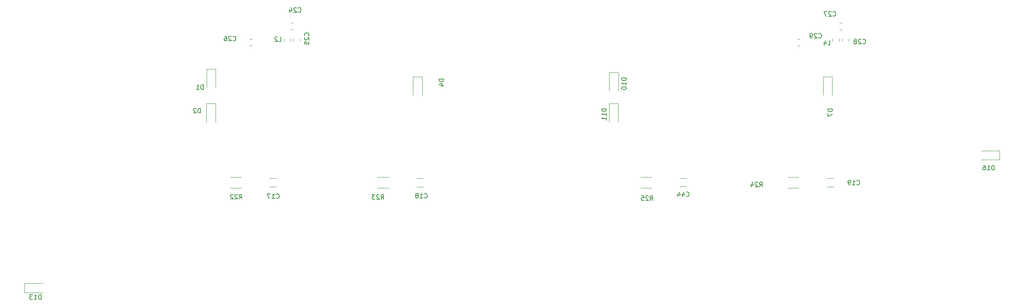
<source format=gbo>
G04 #@! TF.GenerationSoftware,KiCad,Pcbnew,8.0.5*
G04 #@! TF.CreationDate,2024-12-19T18:07:51+01:00*
G04 #@! TF.ProjectId,buck-boost-xp,6275636b-2d62-46f6-9f73-742d78702e6b,rev?*
G04 #@! TF.SameCoordinates,Original*
G04 #@! TF.FileFunction,Legend,Bot*
G04 #@! TF.FilePolarity,Positive*
%FSLAX46Y46*%
G04 Gerber Fmt 4.6, Leading zero omitted, Abs format (unit mm)*
G04 Created by KiCad (PCBNEW 8.0.5) date 2024-12-19 18:07:51*
%MOMM*%
%LPD*%
G01*
G04 APERTURE LIST*
%ADD10C,0.150000*%
%ADD11C,0.120000*%
%ADD12R,1.700000X1.700000*%
%ADD13O,1.700000X1.700000*%
%ADD14R,1.905000X2.000000*%
%ADD15O,1.905000X2.000000*%
%ADD16R,2.400000X2.400000*%
%ADD17C,2.400000*%
%ADD18C,12.800000*%
%ADD19C,3.200000*%
%ADD20R,1.500000X1.500000*%
%ADD21C,1.500000*%
%ADD22C,1.400000*%
%ADD23C,3.000000*%
%ADD24C,2.000000*%
%ADD25R,2.918000X2.600000*%
G04 APERTURE END LIST*
D10*
X220632857Y-121749580D02*
X220680476Y-121797200D01*
X220680476Y-121797200D02*
X220823333Y-121844819D01*
X220823333Y-121844819D02*
X220918571Y-121844819D01*
X220918571Y-121844819D02*
X221061428Y-121797200D01*
X221061428Y-121797200D02*
X221156666Y-121701961D01*
X221156666Y-121701961D02*
X221204285Y-121606723D01*
X221204285Y-121606723D02*
X221251904Y-121416247D01*
X221251904Y-121416247D02*
X221251904Y-121273390D01*
X221251904Y-121273390D02*
X221204285Y-121082914D01*
X221204285Y-121082914D02*
X221156666Y-120987676D01*
X221156666Y-120987676D02*
X221061428Y-120892438D01*
X221061428Y-120892438D02*
X220918571Y-120844819D01*
X220918571Y-120844819D02*
X220823333Y-120844819D01*
X220823333Y-120844819D02*
X220680476Y-120892438D01*
X220680476Y-120892438D02*
X220632857Y-120940057D01*
X219680476Y-121844819D02*
X220251904Y-121844819D01*
X219966190Y-121844819D02*
X219966190Y-120844819D01*
X219966190Y-120844819D02*
X220061428Y-120987676D01*
X220061428Y-120987676D02*
X220156666Y-121082914D01*
X220156666Y-121082914D02*
X220251904Y-121130533D01*
X219204285Y-121844819D02*
X219013809Y-121844819D01*
X219013809Y-121844819D02*
X218918571Y-121797200D01*
X218918571Y-121797200D02*
X218870952Y-121749580D01*
X218870952Y-121749580D02*
X218775714Y-121606723D01*
X218775714Y-121606723D02*
X218728095Y-121416247D01*
X218728095Y-121416247D02*
X218728095Y-121035295D01*
X218728095Y-121035295D02*
X218775714Y-120940057D01*
X218775714Y-120940057D02*
X218823333Y-120892438D01*
X218823333Y-120892438D02*
X218918571Y-120844819D01*
X218918571Y-120844819D02*
X219109047Y-120844819D01*
X219109047Y-120844819D02*
X219204285Y-120892438D01*
X219204285Y-120892438D02*
X219251904Y-120940057D01*
X219251904Y-120940057D02*
X219299523Y-121035295D01*
X219299523Y-121035295D02*
X219299523Y-121273390D01*
X219299523Y-121273390D02*
X219251904Y-121368628D01*
X219251904Y-121368628D02*
X219204285Y-121416247D01*
X219204285Y-121416247D02*
X219109047Y-121463866D01*
X219109047Y-121463866D02*
X218918571Y-121463866D01*
X218918571Y-121463866D02*
X218823333Y-121416247D01*
X218823333Y-121416247D02*
X218775714Y-121368628D01*
X218775714Y-121368628D02*
X218728095Y-121273390D01*
X215335528Y-105282671D02*
X214335528Y-105282671D01*
X214335528Y-105282671D02*
X214335528Y-105520766D01*
X214335528Y-105520766D02*
X214383147Y-105663623D01*
X214383147Y-105663623D02*
X214478385Y-105758861D01*
X214478385Y-105758861D02*
X214573623Y-105806480D01*
X214573623Y-105806480D02*
X214764099Y-105854099D01*
X214764099Y-105854099D02*
X214906956Y-105854099D01*
X214906956Y-105854099D02*
X215097432Y-105806480D01*
X215097432Y-105806480D02*
X215192670Y-105758861D01*
X215192670Y-105758861D02*
X215287909Y-105663623D01*
X215287909Y-105663623D02*
X215335528Y-105520766D01*
X215335528Y-105520766D02*
X215335528Y-105282671D01*
X214335528Y-106187433D02*
X214335528Y-106854099D01*
X214335528Y-106854099D02*
X215335528Y-106425528D01*
X130594819Y-98751905D02*
X129594819Y-98751905D01*
X129594819Y-98751905D02*
X129594819Y-98990000D01*
X129594819Y-98990000D02*
X129642438Y-99132857D01*
X129642438Y-99132857D02*
X129737676Y-99228095D01*
X129737676Y-99228095D02*
X129832914Y-99275714D01*
X129832914Y-99275714D02*
X130023390Y-99323333D01*
X130023390Y-99323333D02*
X130166247Y-99323333D01*
X130166247Y-99323333D02*
X130356723Y-99275714D01*
X130356723Y-99275714D02*
X130451961Y-99228095D01*
X130451961Y-99228095D02*
X130547200Y-99132857D01*
X130547200Y-99132857D02*
X130594819Y-98990000D01*
X130594819Y-98990000D02*
X130594819Y-98751905D01*
X129928152Y-100180476D02*
X130594819Y-100180476D01*
X129547200Y-99942381D02*
X130261485Y-99704286D01*
X130261485Y-99704286D02*
X130261485Y-100323333D01*
X86032857Y-124944819D02*
X86366190Y-124468628D01*
X86604285Y-124944819D02*
X86604285Y-123944819D01*
X86604285Y-123944819D02*
X86223333Y-123944819D01*
X86223333Y-123944819D02*
X86128095Y-123992438D01*
X86128095Y-123992438D02*
X86080476Y-124040057D01*
X86080476Y-124040057D02*
X86032857Y-124135295D01*
X86032857Y-124135295D02*
X86032857Y-124278152D01*
X86032857Y-124278152D02*
X86080476Y-124373390D01*
X86080476Y-124373390D02*
X86128095Y-124421009D01*
X86128095Y-124421009D02*
X86223333Y-124468628D01*
X86223333Y-124468628D02*
X86604285Y-124468628D01*
X85651904Y-124040057D02*
X85604285Y-123992438D01*
X85604285Y-123992438D02*
X85509047Y-123944819D01*
X85509047Y-123944819D02*
X85270952Y-123944819D01*
X85270952Y-123944819D02*
X85175714Y-123992438D01*
X85175714Y-123992438D02*
X85128095Y-124040057D01*
X85128095Y-124040057D02*
X85080476Y-124135295D01*
X85080476Y-124135295D02*
X85080476Y-124230533D01*
X85080476Y-124230533D02*
X85128095Y-124373390D01*
X85128095Y-124373390D02*
X85699523Y-124944819D01*
X85699523Y-124944819D02*
X85080476Y-124944819D01*
X84699523Y-124040057D02*
X84651904Y-123992438D01*
X84651904Y-123992438D02*
X84556666Y-123944819D01*
X84556666Y-123944819D02*
X84318571Y-123944819D01*
X84318571Y-123944819D02*
X84223333Y-123992438D01*
X84223333Y-123992438D02*
X84175714Y-124040057D01*
X84175714Y-124040057D02*
X84128095Y-124135295D01*
X84128095Y-124135295D02*
X84128095Y-124230533D01*
X84128095Y-124230533D02*
X84175714Y-124373390D01*
X84175714Y-124373390D02*
X84747142Y-124944819D01*
X84747142Y-124944819D02*
X84128095Y-124944819D01*
X214306666Y-91294819D02*
X214782856Y-91294819D01*
X214782856Y-91294819D02*
X214782856Y-90294819D01*
X213544761Y-90628152D02*
X213544761Y-91294819D01*
X213782856Y-90247200D02*
X214020951Y-90961485D01*
X214020951Y-90961485D02*
X213401904Y-90961485D01*
X94656666Y-90544819D02*
X95132856Y-90544819D01*
X95132856Y-90544819D02*
X95132856Y-89544819D01*
X94370951Y-89640057D02*
X94323332Y-89592438D01*
X94323332Y-89592438D02*
X94228094Y-89544819D01*
X94228094Y-89544819D02*
X93989999Y-89544819D01*
X93989999Y-89544819D02*
X93894761Y-89592438D01*
X93894761Y-89592438D02*
X93847142Y-89640057D01*
X93847142Y-89640057D02*
X93799523Y-89735295D01*
X93799523Y-89735295D02*
X93799523Y-89830533D01*
X93799523Y-89830533D02*
X93847142Y-89973390D01*
X93847142Y-89973390D02*
X94418570Y-90544819D01*
X94418570Y-90544819D02*
X93799523Y-90544819D01*
X116932857Y-124994819D02*
X117266190Y-124518628D01*
X117504285Y-124994819D02*
X117504285Y-123994819D01*
X117504285Y-123994819D02*
X117123333Y-123994819D01*
X117123333Y-123994819D02*
X117028095Y-124042438D01*
X117028095Y-124042438D02*
X116980476Y-124090057D01*
X116980476Y-124090057D02*
X116932857Y-124185295D01*
X116932857Y-124185295D02*
X116932857Y-124328152D01*
X116932857Y-124328152D02*
X116980476Y-124423390D01*
X116980476Y-124423390D02*
X117028095Y-124471009D01*
X117028095Y-124471009D02*
X117123333Y-124518628D01*
X117123333Y-124518628D02*
X117504285Y-124518628D01*
X116551904Y-124090057D02*
X116504285Y-124042438D01*
X116504285Y-124042438D02*
X116409047Y-123994819D01*
X116409047Y-123994819D02*
X116170952Y-123994819D01*
X116170952Y-123994819D02*
X116075714Y-124042438D01*
X116075714Y-124042438D02*
X116028095Y-124090057D01*
X116028095Y-124090057D02*
X115980476Y-124185295D01*
X115980476Y-124185295D02*
X115980476Y-124280533D01*
X115980476Y-124280533D02*
X116028095Y-124423390D01*
X116028095Y-124423390D02*
X116599523Y-124994819D01*
X116599523Y-124994819D02*
X115980476Y-124994819D01*
X115647142Y-123994819D02*
X115028095Y-123994819D01*
X115028095Y-123994819D02*
X115361428Y-124375771D01*
X115361428Y-124375771D02*
X115218571Y-124375771D01*
X115218571Y-124375771D02*
X115123333Y-124423390D01*
X115123333Y-124423390D02*
X115075714Y-124471009D01*
X115075714Y-124471009D02*
X115028095Y-124566247D01*
X115028095Y-124566247D02*
X115028095Y-124804342D01*
X115028095Y-124804342D02*
X115075714Y-124899580D01*
X115075714Y-124899580D02*
X115123333Y-124947200D01*
X115123333Y-124947200D02*
X115218571Y-124994819D01*
X115218571Y-124994819D02*
X115504285Y-124994819D01*
X115504285Y-124994819D02*
X115599523Y-124947200D01*
X115599523Y-124947200D02*
X115647142Y-124899580D01*
X250604285Y-118588339D02*
X250604285Y-117588339D01*
X250604285Y-117588339D02*
X250366190Y-117588339D01*
X250366190Y-117588339D02*
X250223333Y-117635958D01*
X250223333Y-117635958D02*
X250128095Y-117731196D01*
X250128095Y-117731196D02*
X250080476Y-117826434D01*
X250080476Y-117826434D02*
X250032857Y-118016910D01*
X250032857Y-118016910D02*
X250032857Y-118159767D01*
X250032857Y-118159767D02*
X250080476Y-118350243D01*
X250080476Y-118350243D02*
X250128095Y-118445481D01*
X250128095Y-118445481D02*
X250223333Y-118540720D01*
X250223333Y-118540720D02*
X250366190Y-118588339D01*
X250366190Y-118588339D02*
X250604285Y-118588339D01*
X249080476Y-118588339D02*
X249651904Y-118588339D01*
X249366190Y-118588339D02*
X249366190Y-117588339D01*
X249366190Y-117588339D02*
X249461428Y-117731196D01*
X249461428Y-117731196D02*
X249556666Y-117826434D01*
X249556666Y-117826434D02*
X249651904Y-117874053D01*
X248223333Y-117588339D02*
X248413809Y-117588339D01*
X248413809Y-117588339D02*
X248509047Y-117635958D01*
X248509047Y-117635958D02*
X248556666Y-117683577D01*
X248556666Y-117683577D02*
X248651904Y-117826434D01*
X248651904Y-117826434D02*
X248699523Y-118016910D01*
X248699523Y-118016910D02*
X248699523Y-118397862D01*
X248699523Y-118397862D02*
X248651904Y-118493100D01*
X248651904Y-118493100D02*
X248604285Y-118540720D01*
X248604285Y-118540720D02*
X248509047Y-118588339D01*
X248509047Y-118588339D02*
X248318571Y-118588339D01*
X248318571Y-118588339D02*
X248223333Y-118540720D01*
X248223333Y-118540720D02*
X248175714Y-118493100D01*
X248175714Y-118493100D02*
X248128095Y-118397862D01*
X248128095Y-118397862D02*
X248128095Y-118159767D01*
X248128095Y-118159767D02*
X248175714Y-118064529D01*
X248175714Y-118064529D02*
X248223333Y-118016910D01*
X248223333Y-118016910D02*
X248318571Y-117969291D01*
X248318571Y-117969291D02*
X248509047Y-117969291D01*
X248509047Y-117969291D02*
X248604285Y-118016910D01*
X248604285Y-118016910D02*
X248651904Y-118064529D01*
X248651904Y-118064529D02*
X248699523Y-118159767D01*
X212332857Y-89699580D02*
X212380476Y-89747200D01*
X212380476Y-89747200D02*
X212523333Y-89794819D01*
X212523333Y-89794819D02*
X212618571Y-89794819D01*
X212618571Y-89794819D02*
X212761428Y-89747200D01*
X212761428Y-89747200D02*
X212856666Y-89651961D01*
X212856666Y-89651961D02*
X212904285Y-89556723D01*
X212904285Y-89556723D02*
X212951904Y-89366247D01*
X212951904Y-89366247D02*
X212951904Y-89223390D01*
X212951904Y-89223390D02*
X212904285Y-89032914D01*
X212904285Y-89032914D02*
X212856666Y-88937676D01*
X212856666Y-88937676D02*
X212761428Y-88842438D01*
X212761428Y-88842438D02*
X212618571Y-88794819D01*
X212618571Y-88794819D02*
X212523333Y-88794819D01*
X212523333Y-88794819D02*
X212380476Y-88842438D01*
X212380476Y-88842438D02*
X212332857Y-88890057D01*
X211951904Y-88890057D02*
X211904285Y-88842438D01*
X211904285Y-88842438D02*
X211809047Y-88794819D01*
X211809047Y-88794819D02*
X211570952Y-88794819D01*
X211570952Y-88794819D02*
X211475714Y-88842438D01*
X211475714Y-88842438D02*
X211428095Y-88890057D01*
X211428095Y-88890057D02*
X211380476Y-88985295D01*
X211380476Y-88985295D02*
X211380476Y-89080533D01*
X211380476Y-89080533D02*
X211428095Y-89223390D01*
X211428095Y-89223390D02*
X211999523Y-89794819D01*
X211999523Y-89794819D02*
X211380476Y-89794819D01*
X210904285Y-89794819D02*
X210713809Y-89794819D01*
X210713809Y-89794819D02*
X210618571Y-89747200D01*
X210618571Y-89747200D02*
X210570952Y-89699580D01*
X210570952Y-89699580D02*
X210475714Y-89556723D01*
X210475714Y-89556723D02*
X210428095Y-89366247D01*
X210428095Y-89366247D02*
X210428095Y-88985295D01*
X210428095Y-88985295D02*
X210475714Y-88890057D01*
X210475714Y-88890057D02*
X210523333Y-88842438D01*
X210523333Y-88842438D02*
X210618571Y-88794819D01*
X210618571Y-88794819D02*
X210809047Y-88794819D01*
X210809047Y-88794819D02*
X210904285Y-88842438D01*
X210904285Y-88842438D02*
X210951904Y-88890057D01*
X210951904Y-88890057D02*
X210999523Y-88985295D01*
X210999523Y-88985295D02*
X210999523Y-89223390D01*
X210999523Y-89223390D02*
X210951904Y-89318628D01*
X210951904Y-89318628D02*
X210904285Y-89366247D01*
X210904285Y-89366247D02*
X210809047Y-89413866D01*
X210809047Y-89413866D02*
X210618571Y-89413866D01*
X210618571Y-89413866D02*
X210523333Y-89366247D01*
X210523333Y-89366247D02*
X210475714Y-89318628D01*
X210475714Y-89318628D02*
X210428095Y-89223390D01*
X183482857Y-124299580D02*
X183530476Y-124347200D01*
X183530476Y-124347200D02*
X183673333Y-124394819D01*
X183673333Y-124394819D02*
X183768571Y-124394819D01*
X183768571Y-124394819D02*
X183911428Y-124347200D01*
X183911428Y-124347200D02*
X184006666Y-124251961D01*
X184006666Y-124251961D02*
X184054285Y-124156723D01*
X184054285Y-124156723D02*
X184101904Y-123966247D01*
X184101904Y-123966247D02*
X184101904Y-123823390D01*
X184101904Y-123823390D02*
X184054285Y-123632914D01*
X184054285Y-123632914D02*
X184006666Y-123537676D01*
X184006666Y-123537676D02*
X183911428Y-123442438D01*
X183911428Y-123442438D02*
X183768571Y-123394819D01*
X183768571Y-123394819D02*
X183673333Y-123394819D01*
X183673333Y-123394819D02*
X183530476Y-123442438D01*
X183530476Y-123442438D02*
X183482857Y-123490057D01*
X182625714Y-123728152D02*
X182625714Y-124394819D01*
X182863809Y-123347200D02*
X183101904Y-124061485D01*
X183101904Y-124061485D02*
X182482857Y-124061485D01*
X181673333Y-123728152D02*
X181673333Y-124394819D01*
X181911428Y-123347200D02*
X182149523Y-124061485D01*
X182149523Y-124061485D02*
X181530476Y-124061485D01*
X215432857Y-84899580D02*
X215480476Y-84947200D01*
X215480476Y-84947200D02*
X215623333Y-84994819D01*
X215623333Y-84994819D02*
X215718571Y-84994819D01*
X215718571Y-84994819D02*
X215861428Y-84947200D01*
X215861428Y-84947200D02*
X215956666Y-84851961D01*
X215956666Y-84851961D02*
X216004285Y-84756723D01*
X216004285Y-84756723D02*
X216051904Y-84566247D01*
X216051904Y-84566247D02*
X216051904Y-84423390D01*
X216051904Y-84423390D02*
X216004285Y-84232914D01*
X216004285Y-84232914D02*
X215956666Y-84137676D01*
X215956666Y-84137676D02*
X215861428Y-84042438D01*
X215861428Y-84042438D02*
X215718571Y-83994819D01*
X215718571Y-83994819D02*
X215623333Y-83994819D01*
X215623333Y-83994819D02*
X215480476Y-84042438D01*
X215480476Y-84042438D02*
X215432857Y-84090057D01*
X215051904Y-84090057D02*
X215004285Y-84042438D01*
X215004285Y-84042438D02*
X214909047Y-83994819D01*
X214909047Y-83994819D02*
X214670952Y-83994819D01*
X214670952Y-83994819D02*
X214575714Y-84042438D01*
X214575714Y-84042438D02*
X214528095Y-84090057D01*
X214528095Y-84090057D02*
X214480476Y-84185295D01*
X214480476Y-84185295D02*
X214480476Y-84280533D01*
X214480476Y-84280533D02*
X214528095Y-84423390D01*
X214528095Y-84423390D02*
X215099523Y-84994819D01*
X215099523Y-84994819D02*
X214480476Y-84994819D01*
X214147142Y-83994819D02*
X213480476Y-83994819D01*
X213480476Y-83994819D02*
X213909047Y-84994819D01*
X170395753Y-98518214D02*
X169395753Y-98518214D01*
X169395753Y-98518214D02*
X169395753Y-98756309D01*
X169395753Y-98756309D02*
X169443372Y-98899166D01*
X169443372Y-98899166D02*
X169538610Y-98994404D01*
X169538610Y-98994404D02*
X169633848Y-99042023D01*
X169633848Y-99042023D02*
X169824324Y-99089642D01*
X169824324Y-99089642D02*
X169967181Y-99089642D01*
X169967181Y-99089642D02*
X170157657Y-99042023D01*
X170157657Y-99042023D02*
X170252895Y-98994404D01*
X170252895Y-98994404D02*
X170348134Y-98899166D01*
X170348134Y-98899166D02*
X170395753Y-98756309D01*
X170395753Y-98756309D02*
X170395753Y-98518214D01*
X170395753Y-100042023D02*
X170395753Y-99470595D01*
X170395753Y-99756309D02*
X169395753Y-99756309D01*
X169395753Y-99756309D02*
X169538610Y-99661071D01*
X169538610Y-99661071D02*
X169633848Y-99565833D01*
X169633848Y-99565833D02*
X169681467Y-99470595D01*
X169395753Y-100661071D02*
X169395753Y-100756309D01*
X169395753Y-100756309D02*
X169443372Y-100851547D01*
X169443372Y-100851547D02*
X169490991Y-100899166D01*
X169490991Y-100899166D02*
X169586229Y-100946785D01*
X169586229Y-100946785D02*
X169776705Y-100994404D01*
X169776705Y-100994404D02*
X170014800Y-100994404D01*
X170014800Y-100994404D02*
X170205276Y-100946785D01*
X170205276Y-100946785D02*
X170300514Y-100899166D01*
X170300514Y-100899166D02*
X170348134Y-100851547D01*
X170348134Y-100851547D02*
X170395753Y-100756309D01*
X170395753Y-100756309D02*
X170395753Y-100661071D01*
X170395753Y-100661071D02*
X170348134Y-100565833D01*
X170348134Y-100565833D02*
X170300514Y-100518214D01*
X170300514Y-100518214D02*
X170205276Y-100470595D01*
X170205276Y-100470595D02*
X170014800Y-100422976D01*
X170014800Y-100422976D02*
X169776705Y-100422976D01*
X169776705Y-100422976D02*
X169586229Y-100470595D01*
X169586229Y-100470595D02*
X169490991Y-100518214D01*
X169490991Y-100518214D02*
X169443372Y-100565833D01*
X169443372Y-100565833D02*
X169395753Y-100661071D01*
X175582857Y-125244819D02*
X175916190Y-124768628D01*
X176154285Y-125244819D02*
X176154285Y-124244819D01*
X176154285Y-124244819D02*
X175773333Y-124244819D01*
X175773333Y-124244819D02*
X175678095Y-124292438D01*
X175678095Y-124292438D02*
X175630476Y-124340057D01*
X175630476Y-124340057D02*
X175582857Y-124435295D01*
X175582857Y-124435295D02*
X175582857Y-124578152D01*
X175582857Y-124578152D02*
X175630476Y-124673390D01*
X175630476Y-124673390D02*
X175678095Y-124721009D01*
X175678095Y-124721009D02*
X175773333Y-124768628D01*
X175773333Y-124768628D02*
X176154285Y-124768628D01*
X175201904Y-124340057D02*
X175154285Y-124292438D01*
X175154285Y-124292438D02*
X175059047Y-124244819D01*
X175059047Y-124244819D02*
X174820952Y-124244819D01*
X174820952Y-124244819D02*
X174725714Y-124292438D01*
X174725714Y-124292438D02*
X174678095Y-124340057D01*
X174678095Y-124340057D02*
X174630476Y-124435295D01*
X174630476Y-124435295D02*
X174630476Y-124530533D01*
X174630476Y-124530533D02*
X174678095Y-124673390D01*
X174678095Y-124673390D02*
X175249523Y-125244819D01*
X175249523Y-125244819D02*
X174630476Y-125244819D01*
X173725714Y-124244819D02*
X174201904Y-124244819D01*
X174201904Y-124244819D02*
X174249523Y-124721009D01*
X174249523Y-124721009D02*
X174201904Y-124673390D01*
X174201904Y-124673390D02*
X174106666Y-124625771D01*
X174106666Y-124625771D02*
X173868571Y-124625771D01*
X173868571Y-124625771D02*
X173773333Y-124673390D01*
X173773333Y-124673390D02*
X173725714Y-124721009D01*
X173725714Y-124721009D02*
X173678095Y-124816247D01*
X173678095Y-124816247D02*
X173678095Y-125054342D01*
X173678095Y-125054342D02*
X173725714Y-125149580D01*
X173725714Y-125149580D02*
X173773333Y-125197200D01*
X173773333Y-125197200D02*
X173868571Y-125244819D01*
X173868571Y-125244819D02*
X174106666Y-125244819D01*
X174106666Y-125244819D02*
X174201904Y-125197200D01*
X174201904Y-125197200D02*
X174249523Y-125149580D01*
X42854285Y-146854819D02*
X42854285Y-145854819D01*
X42854285Y-145854819D02*
X42616190Y-145854819D01*
X42616190Y-145854819D02*
X42473333Y-145902438D01*
X42473333Y-145902438D02*
X42378095Y-145997676D01*
X42378095Y-145997676D02*
X42330476Y-146092914D01*
X42330476Y-146092914D02*
X42282857Y-146283390D01*
X42282857Y-146283390D02*
X42282857Y-146426247D01*
X42282857Y-146426247D02*
X42330476Y-146616723D01*
X42330476Y-146616723D02*
X42378095Y-146711961D01*
X42378095Y-146711961D02*
X42473333Y-146807200D01*
X42473333Y-146807200D02*
X42616190Y-146854819D01*
X42616190Y-146854819D02*
X42854285Y-146854819D01*
X41330476Y-146854819D02*
X41901904Y-146854819D01*
X41616190Y-146854819D02*
X41616190Y-145854819D01*
X41616190Y-145854819D02*
X41711428Y-145997676D01*
X41711428Y-145997676D02*
X41806666Y-146092914D01*
X41806666Y-146092914D02*
X41901904Y-146140533D01*
X40997142Y-145854819D02*
X40378095Y-145854819D01*
X40378095Y-145854819D02*
X40711428Y-146235771D01*
X40711428Y-146235771D02*
X40568571Y-146235771D01*
X40568571Y-146235771D02*
X40473333Y-146283390D01*
X40473333Y-146283390D02*
X40425714Y-146331009D01*
X40425714Y-146331009D02*
X40378095Y-146426247D01*
X40378095Y-146426247D02*
X40378095Y-146664342D01*
X40378095Y-146664342D02*
X40425714Y-146759580D01*
X40425714Y-146759580D02*
X40473333Y-146807200D01*
X40473333Y-146807200D02*
X40568571Y-146854819D01*
X40568571Y-146854819D02*
X40854285Y-146854819D01*
X40854285Y-146854819D02*
X40949523Y-146807200D01*
X40949523Y-146807200D02*
X40997142Y-146759580D01*
X98882857Y-84049580D02*
X98930476Y-84097200D01*
X98930476Y-84097200D02*
X99073333Y-84144819D01*
X99073333Y-84144819D02*
X99168571Y-84144819D01*
X99168571Y-84144819D02*
X99311428Y-84097200D01*
X99311428Y-84097200D02*
X99406666Y-84001961D01*
X99406666Y-84001961D02*
X99454285Y-83906723D01*
X99454285Y-83906723D02*
X99501904Y-83716247D01*
X99501904Y-83716247D02*
X99501904Y-83573390D01*
X99501904Y-83573390D02*
X99454285Y-83382914D01*
X99454285Y-83382914D02*
X99406666Y-83287676D01*
X99406666Y-83287676D02*
X99311428Y-83192438D01*
X99311428Y-83192438D02*
X99168571Y-83144819D01*
X99168571Y-83144819D02*
X99073333Y-83144819D01*
X99073333Y-83144819D02*
X98930476Y-83192438D01*
X98930476Y-83192438D02*
X98882857Y-83240057D01*
X98501904Y-83240057D02*
X98454285Y-83192438D01*
X98454285Y-83192438D02*
X98359047Y-83144819D01*
X98359047Y-83144819D02*
X98120952Y-83144819D01*
X98120952Y-83144819D02*
X98025714Y-83192438D01*
X98025714Y-83192438D02*
X97978095Y-83240057D01*
X97978095Y-83240057D02*
X97930476Y-83335295D01*
X97930476Y-83335295D02*
X97930476Y-83430533D01*
X97930476Y-83430533D02*
X97978095Y-83573390D01*
X97978095Y-83573390D02*
X98549523Y-84144819D01*
X98549523Y-84144819D02*
X97930476Y-84144819D01*
X97073333Y-83478152D02*
X97073333Y-84144819D01*
X97311428Y-83097200D02*
X97549523Y-83811485D01*
X97549523Y-83811485D02*
X96930476Y-83811485D01*
X84682857Y-90299580D02*
X84730476Y-90347200D01*
X84730476Y-90347200D02*
X84873333Y-90394819D01*
X84873333Y-90394819D02*
X84968571Y-90394819D01*
X84968571Y-90394819D02*
X85111428Y-90347200D01*
X85111428Y-90347200D02*
X85206666Y-90251961D01*
X85206666Y-90251961D02*
X85254285Y-90156723D01*
X85254285Y-90156723D02*
X85301904Y-89966247D01*
X85301904Y-89966247D02*
X85301904Y-89823390D01*
X85301904Y-89823390D02*
X85254285Y-89632914D01*
X85254285Y-89632914D02*
X85206666Y-89537676D01*
X85206666Y-89537676D02*
X85111428Y-89442438D01*
X85111428Y-89442438D02*
X84968571Y-89394819D01*
X84968571Y-89394819D02*
X84873333Y-89394819D01*
X84873333Y-89394819D02*
X84730476Y-89442438D01*
X84730476Y-89442438D02*
X84682857Y-89490057D01*
X84301904Y-89490057D02*
X84254285Y-89442438D01*
X84254285Y-89442438D02*
X84159047Y-89394819D01*
X84159047Y-89394819D02*
X83920952Y-89394819D01*
X83920952Y-89394819D02*
X83825714Y-89442438D01*
X83825714Y-89442438D02*
X83778095Y-89490057D01*
X83778095Y-89490057D02*
X83730476Y-89585295D01*
X83730476Y-89585295D02*
X83730476Y-89680533D01*
X83730476Y-89680533D02*
X83778095Y-89823390D01*
X83778095Y-89823390D02*
X84349523Y-90394819D01*
X84349523Y-90394819D02*
X83730476Y-90394819D01*
X82873333Y-89394819D02*
X83063809Y-89394819D01*
X83063809Y-89394819D02*
X83159047Y-89442438D01*
X83159047Y-89442438D02*
X83206666Y-89490057D01*
X83206666Y-89490057D02*
X83301904Y-89632914D01*
X83301904Y-89632914D02*
X83349523Y-89823390D01*
X83349523Y-89823390D02*
X83349523Y-90204342D01*
X83349523Y-90204342D02*
X83301904Y-90299580D01*
X83301904Y-90299580D02*
X83254285Y-90347200D01*
X83254285Y-90347200D02*
X83159047Y-90394819D01*
X83159047Y-90394819D02*
X82968571Y-90394819D01*
X82968571Y-90394819D02*
X82873333Y-90347200D01*
X82873333Y-90347200D02*
X82825714Y-90299580D01*
X82825714Y-90299580D02*
X82778095Y-90204342D01*
X82778095Y-90204342D02*
X82778095Y-89966247D01*
X82778095Y-89966247D02*
X82825714Y-89871009D01*
X82825714Y-89871009D02*
X82873333Y-89823390D01*
X82873333Y-89823390D02*
X82968571Y-89775771D01*
X82968571Y-89775771D02*
X83159047Y-89775771D01*
X83159047Y-89775771D02*
X83254285Y-89823390D01*
X83254285Y-89823390D02*
X83301904Y-89871009D01*
X83301904Y-89871009D02*
X83349523Y-89966247D01*
X221932857Y-90949580D02*
X221980476Y-90997200D01*
X221980476Y-90997200D02*
X222123333Y-91044819D01*
X222123333Y-91044819D02*
X222218571Y-91044819D01*
X222218571Y-91044819D02*
X222361428Y-90997200D01*
X222361428Y-90997200D02*
X222456666Y-90901961D01*
X222456666Y-90901961D02*
X222504285Y-90806723D01*
X222504285Y-90806723D02*
X222551904Y-90616247D01*
X222551904Y-90616247D02*
X222551904Y-90473390D01*
X222551904Y-90473390D02*
X222504285Y-90282914D01*
X222504285Y-90282914D02*
X222456666Y-90187676D01*
X222456666Y-90187676D02*
X222361428Y-90092438D01*
X222361428Y-90092438D02*
X222218571Y-90044819D01*
X222218571Y-90044819D02*
X222123333Y-90044819D01*
X222123333Y-90044819D02*
X221980476Y-90092438D01*
X221980476Y-90092438D02*
X221932857Y-90140057D01*
X221551904Y-90140057D02*
X221504285Y-90092438D01*
X221504285Y-90092438D02*
X221409047Y-90044819D01*
X221409047Y-90044819D02*
X221170952Y-90044819D01*
X221170952Y-90044819D02*
X221075714Y-90092438D01*
X221075714Y-90092438D02*
X221028095Y-90140057D01*
X221028095Y-90140057D02*
X220980476Y-90235295D01*
X220980476Y-90235295D02*
X220980476Y-90330533D01*
X220980476Y-90330533D02*
X221028095Y-90473390D01*
X221028095Y-90473390D02*
X221599523Y-91044819D01*
X221599523Y-91044819D02*
X220980476Y-91044819D01*
X220409047Y-90473390D02*
X220504285Y-90425771D01*
X220504285Y-90425771D02*
X220551904Y-90378152D01*
X220551904Y-90378152D02*
X220599523Y-90282914D01*
X220599523Y-90282914D02*
X220599523Y-90235295D01*
X220599523Y-90235295D02*
X220551904Y-90140057D01*
X220551904Y-90140057D02*
X220504285Y-90092438D01*
X220504285Y-90092438D02*
X220409047Y-90044819D01*
X220409047Y-90044819D02*
X220218571Y-90044819D01*
X220218571Y-90044819D02*
X220123333Y-90092438D01*
X220123333Y-90092438D02*
X220075714Y-90140057D01*
X220075714Y-90140057D02*
X220028095Y-90235295D01*
X220028095Y-90235295D02*
X220028095Y-90282914D01*
X220028095Y-90282914D02*
X220075714Y-90378152D01*
X220075714Y-90378152D02*
X220123333Y-90425771D01*
X220123333Y-90425771D02*
X220218571Y-90473390D01*
X220218571Y-90473390D02*
X220409047Y-90473390D01*
X220409047Y-90473390D02*
X220504285Y-90521009D01*
X220504285Y-90521009D02*
X220551904Y-90568628D01*
X220551904Y-90568628D02*
X220599523Y-90663866D01*
X220599523Y-90663866D02*
X220599523Y-90854342D01*
X220599523Y-90854342D02*
X220551904Y-90949580D01*
X220551904Y-90949580D02*
X220504285Y-90997200D01*
X220504285Y-90997200D02*
X220409047Y-91044819D01*
X220409047Y-91044819D02*
X220218571Y-91044819D01*
X220218571Y-91044819D02*
X220123333Y-90997200D01*
X220123333Y-90997200D02*
X220075714Y-90949580D01*
X220075714Y-90949580D02*
X220028095Y-90854342D01*
X220028095Y-90854342D02*
X220028095Y-90663866D01*
X220028095Y-90663866D02*
X220075714Y-90568628D01*
X220075714Y-90568628D02*
X220123333Y-90521009D01*
X220123333Y-90521009D02*
X220218571Y-90473390D01*
X166044819Y-105225714D02*
X165044819Y-105225714D01*
X165044819Y-105225714D02*
X165044819Y-105463809D01*
X165044819Y-105463809D02*
X165092438Y-105606666D01*
X165092438Y-105606666D02*
X165187676Y-105701904D01*
X165187676Y-105701904D02*
X165282914Y-105749523D01*
X165282914Y-105749523D02*
X165473390Y-105797142D01*
X165473390Y-105797142D02*
X165616247Y-105797142D01*
X165616247Y-105797142D02*
X165806723Y-105749523D01*
X165806723Y-105749523D02*
X165901961Y-105701904D01*
X165901961Y-105701904D02*
X165997200Y-105606666D01*
X165997200Y-105606666D02*
X166044819Y-105463809D01*
X166044819Y-105463809D02*
X166044819Y-105225714D01*
X166044819Y-106749523D02*
X166044819Y-106178095D01*
X166044819Y-106463809D02*
X165044819Y-106463809D01*
X165044819Y-106463809D02*
X165187676Y-106368571D01*
X165187676Y-106368571D02*
X165282914Y-106273333D01*
X165282914Y-106273333D02*
X165330533Y-106178095D01*
X166044819Y-107701904D02*
X166044819Y-107130476D01*
X166044819Y-107416190D02*
X165044819Y-107416190D01*
X165044819Y-107416190D02*
X165187676Y-107320952D01*
X165187676Y-107320952D02*
X165282914Y-107225714D01*
X165282914Y-107225714D02*
X165330533Y-107130476D01*
X77603094Y-106144819D02*
X77603094Y-105144819D01*
X77603094Y-105144819D02*
X77364999Y-105144819D01*
X77364999Y-105144819D02*
X77222142Y-105192438D01*
X77222142Y-105192438D02*
X77126904Y-105287676D01*
X77126904Y-105287676D02*
X77079285Y-105382914D01*
X77079285Y-105382914D02*
X77031666Y-105573390D01*
X77031666Y-105573390D02*
X77031666Y-105716247D01*
X77031666Y-105716247D02*
X77079285Y-105906723D01*
X77079285Y-105906723D02*
X77126904Y-106001961D01*
X77126904Y-106001961D02*
X77222142Y-106097200D01*
X77222142Y-106097200D02*
X77364999Y-106144819D01*
X77364999Y-106144819D02*
X77603094Y-106144819D01*
X76650713Y-105240057D02*
X76603094Y-105192438D01*
X76603094Y-105192438D02*
X76507856Y-105144819D01*
X76507856Y-105144819D02*
X76269761Y-105144819D01*
X76269761Y-105144819D02*
X76174523Y-105192438D01*
X76174523Y-105192438D02*
X76126904Y-105240057D01*
X76126904Y-105240057D02*
X76079285Y-105335295D01*
X76079285Y-105335295D02*
X76079285Y-105430533D01*
X76079285Y-105430533D02*
X76126904Y-105573390D01*
X76126904Y-105573390D02*
X76698332Y-106144819D01*
X76698332Y-106144819D02*
X76079285Y-106144819D01*
X94132857Y-124699580D02*
X94180476Y-124747200D01*
X94180476Y-124747200D02*
X94323333Y-124794819D01*
X94323333Y-124794819D02*
X94418571Y-124794819D01*
X94418571Y-124794819D02*
X94561428Y-124747200D01*
X94561428Y-124747200D02*
X94656666Y-124651961D01*
X94656666Y-124651961D02*
X94704285Y-124556723D01*
X94704285Y-124556723D02*
X94751904Y-124366247D01*
X94751904Y-124366247D02*
X94751904Y-124223390D01*
X94751904Y-124223390D02*
X94704285Y-124032914D01*
X94704285Y-124032914D02*
X94656666Y-123937676D01*
X94656666Y-123937676D02*
X94561428Y-123842438D01*
X94561428Y-123842438D02*
X94418571Y-123794819D01*
X94418571Y-123794819D02*
X94323333Y-123794819D01*
X94323333Y-123794819D02*
X94180476Y-123842438D01*
X94180476Y-123842438D02*
X94132857Y-123890057D01*
X93180476Y-124794819D02*
X93751904Y-124794819D01*
X93466190Y-124794819D02*
X93466190Y-123794819D01*
X93466190Y-123794819D02*
X93561428Y-123937676D01*
X93561428Y-123937676D02*
X93656666Y-124032914D01*
X93656666Y-124032914D02*
X93751904Y-124080533D01*
X92847142Y-123794819D02*
X92180476Y-123794819D01*
X92180476Y-123794819D02*
X92609047Y-124794819D01*
X78228094Y-100994819D02*
X78228094Y-99994819D01*
X78228094Y-99994819D02*
X77989999Y-99994819D01*
X77989999Y-99994819D02*
X77847142Y-100042438D01*
X77847142Y-100042438D02*
X77751904Y-100137676D01*
X77751904Y-100137676D02*
X77704285Y-100232914D01*
X77704285Y-100232914D02*
X77656666Y-100423390D01*
X77656666Y-100423390D02*
X77656666Y-100566247D01*
X77656666Y-100566247D02*
X77704285Y-100756723D01*
X77704285Y-100756723D02*
X77751904Y-100851961D01*
X77751904Y-100851961D02*
X77847142Y-100947200D01*
X77847142Y-100947200D02*
X77989999Y-100994819D01*
X77989999Y-100994819D02*
X78228094Y-100994819D01*
X76704285Y-100994819D02*
X77275713Y-100994819D01*
X76989999Y-100994819D02*
X76989999Y-99994819D01*
X76989999Y-99994819D02*
X77085237Y-100137676D01*
X77085237Y-100137676D02*
X77180475Y-100232914D01*
X77180475Y-100232914D02*
X77275713Y-100280533D01*
X126382857Y-124599580D02*
X126430476Y-124647200D01*
X126430476Y-124647200D02*
X126573333Y-124694819D01*
X126573333Y-124694819D02*
X126668571Y-124694819D01*
X126668571Y-124694819D02*
X126811428Y-124647200D01*
X126811428Y-124647200D02*
X126906666Y-124551961D01*
X126906666Y-124551961D02*
X126954285Y-124456723D01*
X126954285Y-124456723D02*
X127001904Y-124266247D01*
X127001904Y-124266247D02*
X127001904Y-124123390D01*
X127001904Y-124123390D02*
X126954285Y-123932914D01*
X126954285Y-123932914D02*
X126906666Y-123837676D01*
X126906666Y-123837676D02*
X126811428Y-123742438D01*
X126811428Y-123742438D02*
X126668571Y-123694819D01*
X126668571Y-123694819D02*
X126573333Y-123694819D01*
X126573333Y-123694819D02*
X126430476Y-123742438D01*
X126430476Y-123742438D02*
X126382857Y-123790057D01*
X125430476Y-124694819D02*
X126001904Y-124694819D01*
X125716190Y-124694819D02*
X125716190Y-123694819D01*
X125716190Y-123694819D02*
X125811428Y-123837676D01*
X125811428Y-123837676D02*
X125906666Y-123932914D01*
X125906666Y-123932914D02*
X126001904Y-123980533D01*
X124859047Y-124123390D02*
X124954285Y-124075771D01*
X124954285Y-124075771D02*
X125001904Y-124028152D01*
X125001904Y-124028152D02*
X125049523Y-123932914D01*
X125049523Y-123932914D02*
X125049523Y-123885295D01*
X125049523Y-123885295D02*
X125001904Y-123790057D01*
X125001904Y-123790057D02*
X124954285Y-123742438D01*
X124954285Y-123742438D02*
X124859047Y-123694819D01*
X124859047Y-123694819D02*
X124668571Y-123694819D01*
X124668571Y-123694819D02*
X124573333Y-123742438D01*
X124573333Y-123742438D02*
X124525714Y-123790057D01*
X124525714Y-123790057D02*
X124478095Y-123885295D01*
X124478095Y-123885295D02*
X124478095Y-123932914D01*
X124478095Y-123932914D02*
X124525714Y-124028152D01*
X124525714Y-124028152D02*
X124573333Y-124075771D01*
X124573333Y-124075771D02*
X124668571Y-124123390D01*
X124668571Y-124123390D02*
X124859047Y-124123390D01*
X124859047Y-124123390D02*
X124954285Y-124171009D01*
X124954285Y-124171009D02*
X125001904Y-124218628D01*
X125001904Y-124218628D02*
X125049523Y-124313866D01*
X125049523Y-124313866D02*
X125049523Y-124504342D01*
X125049523Y-124504342D02*
X125001904Y-124599580D01*
X125001904Y-124599580D02*
X124954285Y-124647200D01*
X124954285Y-124647200D02*
X124859047Y-124694819D01*
X124859047Y-124694819D02*
X124668571Y-124694819D01*
X124668571Y-124694819D02*
X124573333Y-124647200D01*
X124573333Y-124647200D02*
X124525714Y-124599580D01*
X124525714Y-124599580D02*
X124478095Y-124504342D01*
X124478095Y-124504342D02*
X124478095Y-124313866D01*
X124478095Y-124313866D02*
X124525714Y-124218628D01*
X124525714Y-124218628D02*
X124573333Y-124171009D01*
X124573333Y-124171009D02*
X124668571Y-124123390D01*
X199432857Y-122244819D02*
X199766190Y-121768628D01*
X200004285Y-122244819D02*
X200004285Y-121244819D01*
X200004285Y-121244819D02*
X199623333Y-121244819D01*
X199623333Y-121244819D02*
X199528095Y-121292438D01*
X199528095Y-121292438D02*
X199480476Y-121340057D01*
X199480476Y-121340057D02*
X199432857Y-121435295D01*
X199432857Y-121435295D02*
X199432857Y-121578152D01*
X199432857Y-121578152D02*
X199480476Y-121673390D01*
X199480476Y-121673390D02*
X199528095Y-121721009D01*
X199528095Y-121721009D02*
X199623333Y-121768628D01*
X199623333Y-121768628D02*
X200004285Y-121768628D01*
X199051904Y-121340057D02*
X199004285Y-121292438D01*
X199004285Y-121292438D02*
X198909047Y-121244819D01*
X198909047Y-121244819D02*
X198670952Y-121244819D01*
X198670952Y-121244819D02*
X198575714Y-121292438D01*
X198575714Y-121292438D02*
X198528095Y-121340057D01*
X198528095Y-121340057D02*
X198480476Y-121435295D01*
X198480476Y-121435295D02*
X198480476Y-121530533D01*
X198480476Y-121530533D02*
X198528095Y-121673390D01*
X198528095Y-121673390D02*
X199099523Y-122244819D01*
X199099523Y-122244819D02*
X198480476Y-122244819D01*
X197623333Y-121578152D02*
X197623333Y-122244819D01*
X197861428Y-121197200D02*
X198099523Y-121911485D01*
X198099523Y-121911485D02*
X197480476Y-121911485D01*
X101149580Y-89247142D02*
X101197200Y-89199523D01*
X101197200Y-89199523D02*
X101244819Y-89056666D01*
X101244819Y-89056666D02*
X101244819Y-88961428D01*
X101244819Y-88961428D02*
X101197200Y-88818571D01*
X101197200Y-88818571D02*
X101101961Y-88723333D01*
X101101961Y-88723333D02*
X101006723Y-88675714D01*
X101006723Y-88675714D02*
X100816247Y-88628095D01*
X100816247Y-88628095D02*
X100673390Y-88628095D01*
X100673390Y-88628095D02*
X100482914Y-88675714D01*
X100482914Y-88675714D02*
X100387676Y-88723333D01*
X100387676Y-88723333D02*
X100292438Y-88818571D01*
X100292438Y-88818571D02*
X100244819Y-88961428D01*
X100244819Y-88961428D02*
X100244819Y-89056666D01*
X100244819Y-89056666D02*
X100292438Y-89199523D01*
X100292438Y-89199523D02*
X100340057Y-89247142D01*
X100340057Y-89628095D02*
X100292438Y-89675714D01*
X100292438Y-89675714D02*
X100244819Y-89770952D01*
X100244819Y-89770952D02*
X100244819Y-90009047D01*
X100244819Y-90009047D02*
X100292438Y-90104285D01*
X100292438Y-90104285D02*
X100340057Y-90151904D01*
X100340057Y-90151904D02*
X100435295Y-90199523D01*
X100435295Y-90199523D02*
X100530533Y-90199523D01*
X100530533Y-90199523D02*
X100673390Y-90151904D01*
X100673390Y-90151904D02*
X101244819Y-89580476D01*
X101244819Y-89580476D02*
X101244819Y-90199523D01*
X100244819Y-91104285D02*
X100244819Y-90628095D01*
X100244819Y-90628095D02*
X100721009Y-90580476D01*
X100721009Y-90580476D02*
X100673390Y-90628095D01*
X100673390Y-90628095D02*
X100625771Y-90723333D01*
X100625771Y-90723333D02*
X100625771Y-90961428D01*
X100625771Y-90961428D02*
X100673390Y-91056666D01*
X100673390Y-91056666D02*
X100721009Y-91104285D01*
X100721009Y-91104285D02*
X100816247Y-91151904D01*
X100816247Y-91151904D02*
X101054342Y-91151904D01*
X101054342Y-91151904D02*
X101149580Y-91104285D01*
X101149580Y-91104285D02*
X101197200Y-91056666D01*
X101197200Y-91056666D02*
X101244819Y-90961428D01*
X101244819Y-90961428D02*
X101244819Y-90723333D01*
X101244819Y-90723333D02*
X101197200Y-90628095D01*
X101197200Y-90628095D02*
X101149580Y-90580476D01*
D11*
X215592119Y-120423968D02*
X214169615Y-120423968D01*
X215592119Y-122243968D02*
X214169615Y-122243968D01*
X213301734Y-102240000D02*
X213301734Y-98230000D01*
X215301734Y-98230000D02*
X213301734Y-98230000D01*
X215301734Y-102240000D02*
X215301734Y-98230000D01*
X123940000Y-102240000D02*
X123940000Y-98230000D01*
X125940000Y-98230000D02*
X123940000Y-98230000D01*
X125940000Y-102240000D02*
X125940000Y-98230000D01*
X84120400Y-120129200D02*
X86520400Y-120129200D01*
X84120400Y-122529200D02*
X86520400Y-122529200D01*
X215380000Y-90487502D02*
X215380000Y-89964998D01*
X216800000Y-90487502D02*
X216800000Y-89964998D01*
X95850000Y-90493752D02*
X95850000Y-89971248D01*
X97270000Y-90493752D02*
X97270000Y-89971248D01*
X116214200Y-120129200D02*
X118614200Y-120129200D01*
X116214200Y-122529200D02*
X118614200Y-122529200D01*
X247740000Y-114390000D02*
X251750000Y-114390000D01*
X247740000Y-116390000D02*
X251750000Y-116390000D01*
X251750000Y-116390000D02*
X251750000Y-114390000D01*
X208251252Y-90005000D02*
X207728748Y-90005000D01*
X208251252Y-91475000D02*
X207728748Y-91475000D01*
X183481252Y-120419000D02*
X182058748Y-120419000D01*
X183481252Y-122239000D02*
X182058748Y-122239000D01*
X217381252Y-86491250D02*
X216858748Y-86491250D01*
X217381252Y-87961250D02*
X216858748Y-87961250D01*
X166690000Y-101290000D02*
X166690000Y-97280000D01*
X168690000Y-97280000D02*
X166690000Y-97280000D01*
X168690000Y-101290000D02*
X168690000Y-97280000D01*
X173489000Y-120129000D02*
X175889000Y-120129000D01*
X173489000Y-122529000D02*
X175889000Y-122529000D01*
X39280000Y-143400000D02*
X39280000Y-145400000D01*
X43290000Y-143400000D02*
X39280000Y-143400000D01*
X43290000Y-145400000D02*
X39280000Y-145400000D01*
X97851252Y-86467500D02*
X97328748Y-86467500D01*
X97851252Y-87937500D02*
X97328748Y-87937500D01*
X88820002Y-90005000D02*
X88297498Y-90005000D01*
X88820002Y-91475000D02*
X88297498Y-91475000D01*
X217435000Y-89964998D02*
X217435000Y-90487502D01*
X218905000Y-89964998D02*
X218905000Y-90487502D01*
X166640000Y-108090000D02*
X166640000Y-104080000D01*
X168640000Y-104080000D02*
X166640000Y-104080000D01*
X168640000Y-108090000D02*
X168640000Y-104080000D01*
X78890000Y-108103600D02*
X78890000Y-104093600D01*
X80890000Y-104093600D02*
X78890000Y-104093600D01*
X80890000Y-108103600D02*
X80890000Y-104093600D01*
X94112652Y-120419200D02*
X92690148Y-120419200D01*
X94112652Y-122239200D02*
X92690148Y-122239200D01*
X78917000Y-100534400D02*
X78917000Y-96524400D01*
X80917000Y-96524400D02*
X78917000Y-96524400D01*
X80917000Y-100534400D02*
X80917000Y-96524400D01*
X126206452Y-120419200D02*
X124783948Y-120419200D01*
X126206452Y-122239200D02*
X124783948Y-122239200D01*
X205599867Y-120133968D02*
X207999867Y-120133968D01*
X205599867Y-122533968D02*
X207999867Y-122533968D01*
X97905000Y-89941248D02*
X97905000Y-90463752D01*
X99375000Y-89941248D02*
X99375000Y-90463752D01*
%LPC*%
D12*
X204165000Y-56840000D03*
D13*
X206705000Y-56840000D03*
X209245000Y-56840000D03*
D14*
X114215200Y-115874200D03*
D15*
X116755200Y-115874200D03*
X119295200Y-115874200D03*
D16*
X216040000Y-149306660D03*
D17*
X216040000Y-156806660D03*
D12*
X130890000Y-106540000D03*
D16*
X66290000Y-149306660D03*
D17*
X66290000Y-156806660D03*
D18*
X20290000Y-128740000D03*
D17*
X202790000Y-154390000D03*
X202790000Y-144290000D03*
X202790000Y-134090000D03*
X180290000Y-144290000D03*
X175290000Y-144290000D03*
X165290000Y-154390000D03*
X165290000Y-144290000D03*
X165290000Y-134090000D03*
D12*
X26515000Y-47040000D03*
D13*
X29055000Y-47040000D03*
D18*
X20290000Y-83740000D03*
D12*
X194870134Y-94679968D03*
D19*
X265040000Y-48990000D03*
D12*
X188175000Y-102884300D03*
D20*
X218151734Y-93386025D03*
D21*
X215611734Y-93386025D03*
X210531734Y-93386025D03*
X205451734Y-93386025D03*
D22*
X42040000Y-105550000D03*
X39500000Y-105550000D03*
D12*
X105508400Y-98280643D03*
D18*
X20290000Y-148740000D03*
D23*
X258150000Y-128090000D03*
X240370000Y-138250000D03*
X240370000Y-130630000D03*
G36*
G01*
X254840000Y-116390000D02*
X253840000Y-116390000D01*
G75*
G02*
X253340000Y-115890000I0J500000D01*
G01*
X253340000Y-114890000D01*
G75*
G02*
X253840000Y-114390000I500000J0D01*
G01*
X254840000Y-114390000D01*
G75*
G02*
X255340000Y-114890000I0J-500000D01*
G01*
X255340000Y-115890000D01*
G75*
G02*
X254840000Y-116390000I-500000J0D01*
G01*
G37*
D24*
X244180000Y-115390000D03*
D16*
X66290000Y-137490000D03*
D17*
X66290000Y-129990000D03*
D12*
X160579000Y-102740000D03*
D22*
X207940000Y-53140000D03*
X205400000Y-53140000D03*
D19*
X262290000Y-157740000D03*
D18*
X272540000Y-103740000D03*
D12*
X220251734Y-102886025D03*
D23*
X125615200Y-114429200D03*
X107815200Y-114429200D03*
D12*
X98815000Y-106506700D03*
D19*
X27290000Y-157740000D03*
D18*
X20290000Y-103740000D03*
D12*
X105508400Y-94678243D03*
X160579000Y-106362400D03*
X114010000Y-51480000D03*
D13*
X114010000Y-48940000D03*
X116550000Y-51480000D03*
X116550000Y-48940000D03*
X119090000Y-51480000D03*
X119090000Y-48940000D03*
X121630000Y-51480000D03*
X121630000Y-48940000D03*
X124170000Y-51480000D03*
X124170000Y-48940000D03*
X126710000Y-51480000D03*
X126710000Y-48940000D03*
X129250000Y-51480000D03*
X129250000Y-48940000D03*
X131790000Y-51480000D03*
X131790000Y-48940000D03*
D12*
X130890000Y-102884300D03*
D14*
X275557291Y-70525000D03*
D15*
X273017291Y-70525000D03*
X270477291Y-70525000D03*
D16*
X216040000Y-137490000D03*
D17*
X216040000Y-129990000D03*
D18*
X272540000Y-148740000D03*
D14*
X171490000Y-115874000D03*
D15*
X174030000Y-115874000D03*
X176570000Y-115874000D03*
D12*
X72879400Y-106362400D03*
X194870134Y-98282368D03*
D18*
X272540000Y-128740000D03*
D12*
X72879400Y-102740000D03*
D19*
X98040000Y-66490000D03*
D12*
X98815000Y-102884300D03*
X220251734Y-106508425D03*
X188175000Y-106506700D03*
D22*
X275832300Y-51970000D03*
X273292300Y-51970000D03*
D23*
X75719200Y-114429200D03*
X93519200Y-114429200D03*
D14*
X203600867Y-115878968D03*
D15*
X206140867Y-115878968D03*
X208680867Y-115878968D03*
D23*
X32790000Y-131700000D03*
X50570000Y-121540000D03*
X50570000Y-129160000D03*
G36*
G01*
X36100000Y-143400000D02*
X37100000Y-143400000D01*
G75*
G02*
X37600000Y-143900000I0J-500000D01*
G01*
X37600000Y-144900000D01*
G75*
G02*
X37100000Y-145400000I-500000J0D01*
G01*
X36100000Y-145400000D01*
G75*
G02*
X35600000Y-144900000I0J500000D01*
G01*
X35600000Y-143900000D01*
G75*
G02*
X36100000Y-143400000I500000J0D01*
G01*
G37*
D24*
X46760000Y-144400000D03*
D20*
X98633750Y-93386057D03*
D21*
X96093750Y-93386057D03*
X91013750Y-93386057D03*
X85933750Y-93386057D03*
D14*
X82119200Y-115874200D03*
D15*
X84659200Y-115874200D03*
X87199200Y-115874200D03*
D18*
X272540000Y-83740000D03*
D19*
X136290000Y-157740000D03*
X210790000Y-66490000D03*
X17290000Y-48990000D03*
D17*
X79040000Y-134090000D03*
X79040000Y-144190000D03*
X79040000Y-154390000D03*
X101540000Y-144190000D03*
X106540000Y-144190000D03*
X116540000Y-134090000D03*
X116540000Y-144190000D03*
X116540000Y-154390000D03*
D23*
X165090000Y-114429000D03*
X182890000Y-114429000D03*
X197200867Y-114433968D03*
X215000867Y-114433968D03*
D12*
X20290000Y-118780000D03*
D13*
X20290000Y-116240000D03*
X20290000Y-113700000D03*
D12*
X161790000Y-51480000D03*
D13*
X161790000Y-48940000D03*
X164330000Y-51480000D03*
X164330000Y-48940000D03*
X166870000Y-51480000D03*
X166870000Y-48940000D03*
X169410000Y-51480000D03*
X169410000Y-48940000D03*
X171950000Y-51480000D03*
X171950000Y-48940000D03*
X174490000Y-51480000D03*
X174490000Y-48940000D03*
X177030000Y-51480000D03*
X177030000Y-48940000D03*
X179570000Y-51480000D03*
X179570000Y-48940000D03*
G36*
G01*
X212655867Y-121983968D02*
X212655867Y-120683968D01*
G75*
G02*
X212905867Y-120433968I250000J0D01*
G01*
X213730867Y-120433968D01*
G75*
G02*
X213980867Y-120683968I0J-250000D01*
G01*
X213980867Y-121983968D01*
G75*
G02*
X213730867Y-122233968I-250000J0D01*
G01*
X212905867Y-122233968D01*
G75*
G02*
X212655867Y-121983968I0J250000D01*
G01*
G37*
G36*
G01*
X215780867Y-121983968D02*
X215780867Y-120683968D01*
G75*
G02*
X216030867Y-120433968I250000J0D01*
G01*
X216855867Y-120433968D01*
G75*
G02*
X217105867Y-120683968I0J-250000D01*
G01*
X217105867Y-121983968D01*
G75*
G02*
X216855867Y-122233968I-250000J0D01*
G01*
X216030867Y-122233968D01*
G75*
G02*
X215780867Y-121983968I0J250000D01*
G01*
G37*
G36*
G01*
X213926734Y-98490000D02*
X214676734Y-98490000D01*
G75*
G02*
X214901734Y-98715000I0J-225000D01*
G01*
X214901734Y-99165000D01*
G75*
G02*
X214676734Y-99390000I-225000J0D01*
G01*
X213926734Y-99390000D01*
G75*
G02*
X213701734Y-99165000I0J225000D01*
G01*
X213701734Y-98715000D01*
G75*
G02*
X213926734Y-98490000I225000J0D01*
G01*
G37*
G36*
G01*
X213926734Y-101790000D02*
X214676734Y-101790000D01*
G75*
G02*
X214901734Y-102015000I0J-225000D01*
G01*
X214901734Y-102465000D01*
G75*
G02*
X214676734Y-102690000I-225000J0D01*
G01*
X213926734Y-102690000D01*
G75*
G02*
X213701734Y-102465000I0J225000D01*
G01*
X213701734Y-102015000D01*
G75*
G02*
X213926734Y-101790000I225000J0D01*
G01*
G37*
G36*
G01*
X124565000Y-98490000D02*
X125315000Y-98490000D01*
G75*
G02*
X125540000Y-98715000I0J-225000D01*
G01*
X125540000Y-99165000D01*
G75*
G02*
X125315000Y-99390000I-225000J0D01*
G01*
X124565000Y-99390000D01*
G75*
G02*
X124340000Y-99165000I0J225000D01*
G01*
X124340000Y-98715000D01*
G75*
G02*
X124565000Y-98490000I225000J0D01*
G01*
G37*
G36*
G01*
X124565000Y-101790000D02*
X125315000Y-101790000D01*
G75*
G02*
X125540000Y-102015000I0J-225000D01*
G01*
X125540000Y-102465000D01*
G75*
G02*
X125315000Y-102690000I-225000J0D01*
G01*
X124565000Y-102690000D01*
G75*
G02*
X124340000Y-102465000I0J225000D01*
G01*
X124340000Y-102015000D01*
G75*
G02*
X124565000Y-101790000I225000J0D01*
G01*
G37*
D25*
X82461400Y-121329200D03*
X88179400Y-121329200D03*
G36*
G01*
X215640000Y-88626250D02*
X216540000Y-88626250D01*
G75*
G02*
X216790000Y-88876250I0J-250000D01*
G01*
X216790000Y-89526250D01*
G75*
G02*
X216540000Y-89776250I-250000J0D01*
G01*
X215640000Y-89776250D01*
G75*
G02*
X215390000Y-89526250I0J250000D01*
G01*
X215390000Y-88876250D01*
G75*
G02*
X215640000Y-88626250I250000J0D01*
G01*
G37*
G36*
G01*
X215640000Y-90676250D02*
X216540000Y-90676250D01*
G75*
G02*
X216790000Y-90926250I0J-250000D01*
G01*
X216790000Y-91576250D01*
G75*
G02*
X216540000Y-91826250I-250000J0D01*
G01*
X215640000Y-91826250D01*
G75*
G02*
X215390000Y-91576250I0J250000D01*
G01*
X215390000Y-90926250D01*
G75*
G02*
X215640000Y-90676250I250000J0D01*
G01*
G37*
G36*
G01*
X96110000Y-88632500D02*
X97010000Y-88632500D01*
G75*
G02*
X97260000Y-88882500I0J-250000D01*
G01*
X97260000Y-89532500D01*
G75*
G02*
X97010000Y-89782500I-250000J0D01*
G01*
X96110000Y-89782500D01*
G75*
G02*
X95860000Y-89532500I0J250000D01*
G01*
X95860000Y-88882500D01*
G75*
G02*
X96110000Y-88632500I250000J0D01*
G01*
G37*
G36*
G01*
X96110000Y-90682500D02*
X97010000Y-90682500D01*
G75*
G02*
X97260000Y-90932500I0J-250000D01*
G01*
X97260000Y-91582500D01*
G75*
G02*
X97010000Y-91832500I-250000J0D01*
G01*
X96110000Y-91832500D01*
G75*
G02*
X95860000Y-91582500I0J250000D01*
G01*
X95860000Y-90932500D01*
G75*
G02*
X96110000Y-90682500I250000J0D01*
G01*
G37*
X114555200Y-121329200D03*
X120273200Y-121329200D03*
G36*
G01*
X251490000Y-115015000D02*
X251490000Y-115765000D01*
G75*
G02*
X251265000Y-115990000I-225000J0D01*
G01*
X250815000Y-115990000D01*
G75*
G02*
X250590000Y-115765000I0J225000D01*
G01*
X250590000Y-115015000D01*
G75*
G02*
X250815000Y-114790000I225000J0D01*
G01*
X251265000Y-114790000D01*
G75*
G02*
X251490000Y-115015000I0J-225000D01*
G01*
G37*
G36*
G01*
X248190000Y-115015000D02*
X248190000Y-115765000D01*
G75*
G02*
X247965000Y-115990000I-225000J0D01*
G01*
X247515000Y-115990000D01*
G75*
G02*
X247290000Y-115765000I0J225000D01*
G01*
X247290000Y-115015000D01*
G75*
G02*
X247515000Y-114790000I225000J0D01*
G01*
X247965000Y-114790000D01*
G75*
G02*
X248190000Y-115015000I0J-225000D01*
G01*
G37*
G36*
G01*
X206365000Y-91215000D02*
X206365000Y-90265000D01*
G75*
G02*
X206615000Y-90015000I250000J0D01*
G01*
X207290000Y-90015000D01*
G75*
G02*
X207540000Y-90265000I0J-250000D01*
G01*
X207540000Y-91215000D01*
G75*
G02*
X207290000Y-91465000I-250000J0D01*
G01*
X206615000Y-91465000D01*
G75*
G02*
X206365000Y-91215000I0J250000D01*
G01*
G37*
G36*
G01*
X208440000Y-91215000D02*
X208440000Y-90265000D01*
G75*
G02*
X208690000Y-90015000I250000J0D01*
G01*
X209365000Y-90015000D01*
G75*
G02*
X209615000Y-90265000I0J-250000D01*
G01*
X209615000Y-91215000D01*
G75*
G02*
X209365000Y-91465000I-250000J0D01*
G01*
X208690000Y-91465000D01*
G75*
G02*
X208440000Y-91215000I0J250000D01*
G01*
G37*
G36*
G01*
X180545000Y-121979000D02*
X180545000Y-120679000D01*
G75*
G02*
X180795000Y-120429000I250000J0D01*
G01*
X181620000Y-120429000D01*
G75*
G02*
X181870000Y-120679000I0J-250000D01*
G01*
X181870000Y-121979000D01*
G75*
G02*
X181620000Y-122229000I-250000J0D01*
G01*
X180795000Y-122229000D01*
G75*
G02*
X180545000Y-121979000I0J250000D01*
G01*
G37*
G36*
G01*
X183670000Y-121979000D02*
X183670000Y-120679000D01*
G75*
G02*
X183920000Y-120429000I250000J0D01*
G01*
X184745000Y-120429000D01*
G75*
G02*
X184995000Y-120679000I0J-250000D01*
G01*
X184995000Y-121979000D01*
G75*
G02*
X184745000Y-122229000I-250000J0D01*
G01*
X183920000Y-122229000D01*
G75*
G02*
X183670000Y-121979000I0J250000D01*
G01*
G37*
G36*
G01*
X215495000Y-87701250D02*
X215495000Y-86751250D01*
G75*
G02*
X215745000Y-86501250I250000J0D01*
G01*
X216420000Y-86501250D01*
G75*
G02*
X216670000Y-86751250I0J-250000D01*
G01*
X216670000Y-87701250D01*
G75*
G02*
X216420000Y-87951250I-250000J0D01*
G01*
X215745000Y-87951250D01*
G75*
G02*
X215495000Y-87701250I0J250000D01*
G01*
G37*
G36*
G01*
X217570000Y-87701250D02*
X217570000Y-86751250D01*
G75*
G02*
X217820000Y-86501250I250000J0D01*
G01*
X218495000Y-86501250D01*
G75*
G02*
X218745000Y-86751250I0J-250000D01*
G01*
X218745000Y-87701250D01*
G75*
G02*
X218495000Y-87951250I-250000J0D01*
G01*
X217820000Y-87951250D01*
G75*
G02*
X217570000Y-87701250I0J250000D01*
G01*
G37*
G36*
G01*
X167315000Y-97540000D02*
X168065000Y-97540000D01*
G75*
G02*
X168290000Y-97765000I0J-225000D01*
G01*
X168290000Y-98215000D01*
G75*
G02*
X168065000Y-98440000I-225000J0D01*
G01*
X167315000Y-98440000D01*
G75*
G02*
X167090000Y-98215000I0J225000D01*
G01*
X167090000Y-97765000D01*
G75*
G02*
X167315000Y-97540000I225000J0D01*
G01*
G37*
G36*
G01*
X167315000Y-100840000D02*
X168065000Y-100840000D01*
G75*
G02*
X168290000Y-101065000I0J-225000D01*
G01*
X168290000Y-101515000D01*
G75*
G02*
X168065000Y-101740000I-225000J0D01*
G01*
X167315000Y-101740000D01*
G75*
G02*
X167090000Y-101515000I0J225000D01*
G01*
X167090000Y-101065000D01*
G75*
G02*
X167315000Y-100840000I225000J0D01*
G01*
G37*
X171830000Y-121329000D03*
X177548000Y-121329000D03*
G36*
G01*
X39540000Y-144775000D02*
X39540000Y-144025000D01*
G75*
G02*
X39765000Y-143800000I225000J0D01*
G01*
X40215000Y-143800000D01*
G75*
G02*
X40440000Y-144025000I0J-225000D01*
G01*
X40440000Y-144775000D01*
G75*
G02*
X40215000Y-145000000I-225000J0D01*
G01*
X39765000Y-145000000D01*
G75*
G02*
X39540000Y-144775000I0J225000D01*
G01*
G37*
G36*
G01*
X42840000Y-144775000D02*
X42840000Y-144025000D01*
G75*
G02*
X43065000Y-143800000I225000J0D01*
G01*
X43515000Y-143800000D01*
G75*
G02*
X43740000Y-144025000I0J-225000D01*
G01*
X43740000Y-144775000D01*
G75*
G02*
X43515000Y-145000000I-225000J0D01*
G01*
X43065000Y-145000000D01*
G75*
G02*
X42840000Y-144775000I0J225000D01*
G01*
G37*
G36*
G01*
X95965000Y-87677500D02*
X95965000Y-86727500D01*
G75*
G02*
X96215000Y-86477500I250000J0D01*
G01*
X96890000Y-86477500D01*
G75*
G02*
X97140000Y-86727500I0J-250000D01*
G01*
X97140000Y-87677500D01*
G75*
G02*
X96890000Y-87927500I-250000J0D01*
G01*
X96215000Y-87927500D01*
G75*
G02*
X95965000Y-87677500I0J250000D01*
G01*
G37*
G36*
G01*
X98040000Y-87677500D02*
X98040000Y-86727500D01*
G75*
G02*
X98290000Y-86477500I250000J0D01*
G01*
X98965000Y-86477500D01*
G75*
G02*
X99215000Y-86727500I0J-250000D01*
G01*
X99215000Y-87677500D01*
G75*
G02*
X98965000Y-87927500I-250000J0D01*
G01*
X98290000Y-87927500D01*
G75*
G02*
X98040000Y-87677500I0J250000D01*
G01*
G37*
G36*
G01*
X86933750Y-91215000D02*
X86933750Y-90265000D01*
G75*
G02*
X87183750Y-90015000I250000J0D01*
G01*
X87858750Y-90015000D01*
G75*
G02*
X88108750Y-90265000I0J-250000D01*
G01*
X88108750Y-91215000D01*
G75*
G02*
X87858750Y-91465000I-250000J0D01*
G01*
X87183750Y-91465000D01*
G75*
G02*
X86933750Y-91215000I0J250000D01*
G01*
G37*
G36*
G01*
X89008750Y-91215000D02*
X89008750Y-90265000D01*
G75*
G02*
X89258750Y-90015000I250000J0D01*
G01*
X89933750Y-90015000D01*
G75*
G02*
X90183750Y-90265000I0J-250000D01*
G01*
X90183750Y-91215000D01*
G75*
G02*
X89933750Y-91465000I-250000J0D01*
G01*
X89258750Y-91465000D01*
G75*
G02*
X89008750Y-91215000I0J250000D01*
G01*
G37*
G36*
G01*
X218645000Y-91851250D02*
X217695000Y-91851250D01*
G75*
G02*
X217445000Y-91601250I0J250000D01*
G01*
X217445000Y-90926250D01*
G75*
G02*
X217695000Y-90676250I250000J0D01*
G01*
X218645000Y-90676250D01*
G75*
G02*
X218895000Y-90926250I0J-250000D01*
G01*
X218895000Y-91601250D01*
G75*
G02*
X218645000Y-91851250I-250000J0D01*
G01*
G37*
G36*
G01*
X218645000Y-89776250D02*
X217695000Y-89776250D01*
G75*
G02*
X217445000Y-89526250I0J250000D01*
G01*
X217445000Y-88851250D01*
G75*
G02*
X217695000Y-88601250I250000J0D01*
G01*
X218645000Y-88601250D01*
G75*
G02*
X218895000Y-88851250I0J-250000D01*
G01*
X218895000Y-89526250D01*
G75*
G02*
X218645000Y-89776250I-250000J0D01*
G01*
G37*
G36*
G01*
X167265000Y-104340000D02*
X168015000Y-104340000D01*
G75*
G02*
X168240000Y-104565000I0J-225000D01*
G01*
X168240000Y-105015000D01*
G75*
G02*
X168015000Y-105240000I-225000J0D01*
G01*
X167265000Y-105240000D01*
G75*
G02*
X167040000Y-105015000I0J225000D01*
G01*
X167040000Y-104565000D01*
G75*
G02*
X167265000Y-104340000I225000J0D01*
G01*
G37*
G36*
G01*
X167265000Y-107640000D02*
X168015000Y-107640000D01*
G75*
G02*
X168240000Y-107865000I0J-225000D01*
G01*
X168240000Y-108315000D01*
G75*
G02*
X168015000Y-108540000I-225000J0D01*
G01*
X167265000Y-108540000D01*
G75*
G02*
X167040000Y-108315000I0J225000D01*
G01*
X167040000Y-107865000D01*
G75*
G02*
X167265000Y-107640000I225000J0D01*
G01*
G37*
G36*
G01*
X79515000Y-104353600D02*
X80265000Y-104353600D01*
G75*
G02*
X80490000Y-104578600I0J-225000D01*
G01*
X80490000Y-105028600D01*
G75*
G02*
X80265000Y-105253600I-225000J0D01*
G01*
X79515000Y-105253600D01*
G75*
G02*
X79290000Y-105028600I0J225000D01*
G01*
X79290000Y-104578600D01*
G75*
G02*
X79515000Y-104353600I225000J0D01*
G01*
G37*
G36*
G01*
X79515000Y-107653600D02*
X80265000Y-107653600D01*
G75*
G02*
X80490000Y-107878600I0J-225000D01*
G01*
X80490000Y-108328600D01*
G75*
G02*
X80265000Y-108553600I-225000J0D01*
G01*
X79515000Y-108553600D01*
G75*
G02*
X79290000Y-108328600I0J225000D01*
G01*
X79290000Y-107878600D01*
G75*
G02*
X79515000Y-107653600I225000J0D01*
G01*
G37*
G36*
G01*
X91176400Y-121979200D02*
X91176400Y-120679200D01*
G75*
G02*
X91426400Y-120429200I250000J0D01*
G01*
X92251400Y-120429200D01*
G75*
G02*
X92501400Y-120679200I0J-250000D01*
G01*
X92501400Y-121979200D01*
G75*
G02*
X92251400Y-122229200I-250000J0D01*
G01*
X91426400Y-122229200D01*
G75*
G02*
X91176400Y-121979200I0J250000D01*
G01*
G37*
G36*
G01*
X94301400Y-121979200D02*
X94301400Y-120679200D01*
G75*
G02*
X94551400Y-120429200I250000J0D01*
G01*
X95376400Y-120429200D01*
G75*
G02*
X95626400Y-120679200I0J-250000D01*
G01*
X95626400Y-121979200D01*
G75*
G02*
X95376400Y-122229200I-250000J0D01*
G01*
X94551400Y-122229200D01*
G75*
G02*
X94301400Y-121979200I0J250000D01*
G01*
G37*
G36*
G01*
X79542000Y-96784400D02*
X80292000Y-96784400D01*
G75*
G02*
X80517000Y-97009400I0J-225000D01*
G01*
X80517000Y-97459400D01*
G75*
G02*
X80292000Y-97684400I-225000J0D01*
G01*
X79542000Y-97684400D01*
G75*
G02*
X79317000Y-97459400I0J225000D01*
G01*
X79317000Y-97009400D01*
G75*
G02*
X79542000Y-96784400I225000J0D01*
G01*
G37*
G36*
G01*
X79542000Y-100084400D02*
X80292000Y-100084400D01*
G75*
G02*
X80517000Y-100309400I0J-225000D01*
G01*
X80517000Y-100759400D01*
G75*
G02*
X80292000Y-100984400I-225000J0D01*
G01*
X79542000Y-100984400D01*
G75*
G02*
X79317000Y-100759400I0J225000D01*
G01*
X79317000Y-100309400D01*
G75*
G02*
X79542000Y-100084400I225000J0D01*
G01*
G37*
G36*
G01*
X123270200Y-121979200D02*
X123270200Y-120679200D01*
G75*
G02*
X123520200Y-120429200I250000J0D01*
G01*
X124345200Y-120429200D01*
G75*
G02*
X124595200Y-120679200I0J-250000D01*
G01*
X124595200Y-121979200D01*
G75*
G02*
X124345200Y-122229200I-250000J0D01*
G01*
X123520200Y-122229200D01*
G75*
G02*
X123270200Y-121979200I0J250000D01*
G01*
G37*
G36*
G01*
X126395200Y-121979200D02*
X126395200Y-120679200D01*
G75*
G02*
X126645200Y-120429200I250000J0D01*
G01*
X127470200Y-120429200D01*
G75*
G02*
X127720200Y-120679200I0J-250000D01*
G01*
X127720200Y-121979200D01*
G75*
G02*
X127470200Y-122229200I-250000J0D01*
G01*
X126645200Y-122229200D01*
G75*
G02*
X126395200Y-121979200I0J250000D01*
G01*
G37*
X203940867Y-121333968D03*
X209658867Y-121333968D03*
G36*
G01*
X99115000Y-91827500D02*
X98165000Y-91827500D01*
G75*
G02*
X97915000Y-91577500I0J250000D01*
G01*
X97915000Y-90902500D01*
G75*
G02*
X98165000Y-90652500I250000J0D01*
G01*
X99115000Y-90652500D01*
G75*
G02*
X99365000Y-90902500I0J-250000D01*
G01*
X99365000Y-91577500D01*
G75*
G02*
X99115000Y-91827500I-250000J0D01*
G01*
G37*
G36*
G01*
X99115000Y-89752500D02*
X98165000Y-89752500D01*
G75*
G02*
X97915000Y-89502500I0J250000D01*
G01*
X97915000Y-88827500D01*
G75*
G02*
X98165000Y-88577500I250000J0D01*
G01*
X99115000Y-88577500D01*
G75*
G02*
X99365000Y-88827500I0J-250000D01*
G01*
X99365000Y-89502500D01*
G75*
G02*
X99115000Y-89752500I-250000J0D01*
G01*
G37*
%LPD*%
M02*

</source>
